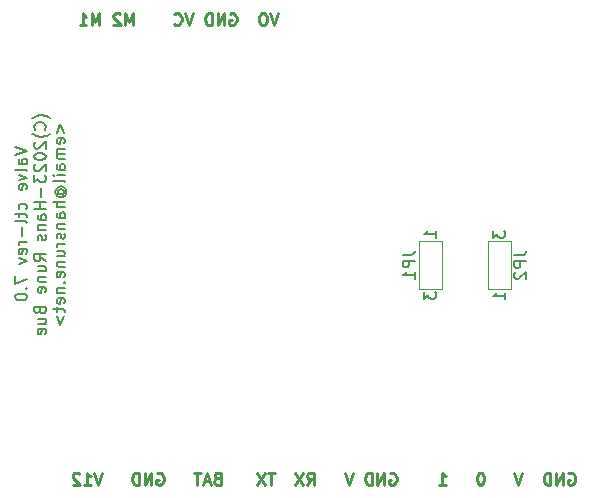
<source format=gbo>
G04 #@! TF.GenerationSoftware,KiCad,Pcbnew,7.0.7*
G04 #@! TF.CreationDate,2023-10-16T19:16:17+02:00*
G04 #@! TF.ProjectId,WaterValve,57617465-7256-4616-9c76-652e6b696361,Rev 6.1*
G04 #@! TF.SameCoordinates,Original*
G04 #@! TF.FileFunction,Legend,Bot*
G04 #@! TF.FilePolarity,Positive*
%FSLAX46Y46*%
G04 Gerber Fmt 4.6, Leading zero omitted, Abs format (unit mm)*
G04 Created by KiCad (PCBNEW 7.0.7) date 2023-10-16 19:16:17*
%MOMM*%
%LPD*%
G01*
G04 APERTURE LIST*
%ADD10C,0.250000*%
%ADD11C,0.150000*%
%ADD12C,0.120000*%
G04 APERTURE END LIST*
D10*
X157200572Y-122226809D02*
X157057715Y-122274428D01*
X157057715Y-122274428D02*
X157010096Y-122322047D01*
X157010096Y-122322047D02*
X156962477Y-122417285D01*
X156962477Y-122417285D02*
X156962477Y-122560142D01*
X156962477Y-122560142D02*
X157010096Y-122655380D01*
X157010096Y-122655380D02*
X157057715Y-122703000D01*
X157057715Y-122703000D02*
X157152953Y-122750619D01*
X157152953Y-122750619D02*
X157533905Y-122750619D01*
X157533905Y-122750619D02*
X157533905Y-121750619D01*
X157533905Y-121750619D02*
X157200572Y-121750619D01*
X157200572Y-121750619D02*
X157105334Y-121798238D01*
X157105334Y-121798238D02*
X157057715Y-121845857D01*
X157057715Y-121845857D02*
X157010096Y-121941095D01*
X157010096Y-121941095D02*
X157010096Y-122036333D01*
X157010096Y-122036333D02*
X157057715Y-122131571D01*
X157057715Y-122131571D02*
X157105334Y-122179190D01*
X157105334Y-122179190D02*
X157200572Y-122226809D01*
X157200572Y-122226809D02*
X157533905Y-122226809D01*
X156581524Y-122464904D02*
X156105334Y-122464904D01*
X156676762Y-122750619D02*
X156343429Y-121750619D01*
X156343429Y-121750619D02*
X156010096Y-122750619D01*
X155819619Y-121750619D02*
X155248191Y-121750619D01*
X155533905Y-122750619D02*
X155533905Y-121750619D01*
X152105333Y-121798238D02*
X152200571Y-121750619D01*
X152200571Y-121750619D02*
X152343428Y-121750619D01*
X152343428Y-121750619D02*
X152486285Y-121798238D01*
X152486285Y-121798238D02*
X152581523Y-121893476D01*
X152581523Y-121893476D02*
X152629142Y-121988714D01*
X152629142Y-121988714D02*
X152676761Y-122179190D01*
X152676761Y-122179190D02*
X152676761Y-122322047D01*
X152676761Y-122322047D02*
X152629142Y-122512523D01*
X152629142Y-122512523D02*
X152581523Y-122607761D01*
X152581523Y-122607761D02*
X152486285Y-122703000D01*
X152486285Y-122703000D02*
X152343428Y-122750619D01*
X152343428Y-122750619D02*
X152248190Y-122750619D01*
X152248190Y-122750619D02*
X152105333Y-122703000D01*
X152105333Y-122703000D02*
X152057714Y-122655380D01*
X152057714Y-122655380D02*
X152057714Y-122322047D01*
X152057714Y-122322047D02*
X152248190Y-122322047D01*
X151629142Y-122750619D02*
X151629142Y-121750619D01*
X151629142Y-121750619D02*
X151057714Y-122750619D01*
X151057714Y-122750619D02*
X151057714Y-121750619D01*
X150581523Y-122750619D02*
X150581523Y-121750619D01*
X150581523Y-121750619D02*
X150343428Y-121750619D01*
X150343428Y-121750619D02*
X150200571Y-121798238D01*
X150200571Y-121798238D02*
X150105333Y-121893476D01*
X150105333Y-121893476D02*
X150057714Y-121988714D01*
X150057714Y-121988714D02*
X150010095Y-122179190D01*
X150010095Y-122179190D02*
X150010095Y-122322047D01*
X150010095Y-122322047D02*
X150057714Y-122512523D01*
X150057714Y-122512523D02*
X150105333Y-122607761D01*
X150105333Y-122607761D02*
X150200571Y-122703000D01*
X150200571Y-122703000D02*
X150343428Y-122750619D01*
X150343428Y-122750619D02*
X150581523Y-122750619D01*
X147438665Y-121750619D02*
X147105332Y-122750619D01*
X147105332Y-122750619D02*
X146771999Y-121750619D01*
X145914856Y-122750619D02*
X146486284Y-122750619D01*
X146200570Y-122750619D02*
X146200570Y-121750619D01*
X146200570Y-121750619D02*
X146295808Y-121893476D01*
X146295808Y-121893476D02*
X146391046Y-121988714D01*
X146391046Y-121988714D02*
X146486284Y-122036333D01*
X145533903Y-121845857D02*
X145486284Y-121798238D01*
X145486284Y-121798238D02*
X145391046Y-121750619D01*
X145391046Y-121750619D02*
X145152951Y-121750619D01*
X145152951Y-121750619D02*
X145057713Y-121798238D01*
X145057713Y-121798238D02*
X145010094Y-121845857D01*
X145010094Y-121845857D02*
X144962475Y-121941095D01*
X144962475Y-121941095D02*
X144962475Y-122036333D01*
X144962475Y-122036333D02*
X145010094Y-122179190D01*
X145010094Y-122179190D02*
X145581522Y-122750619D01*
X145581522Y-122750619D02*
X144962475Y-122750619D01*
X171821524Y-121798238D02*
X171916762Y-121750619D01*
X171916762Y-121750619D02*
X172059619Y-121750619D01*
X172059619Y-121750619D02*
X172202476Y-121798238D01*
X172202476Y-121798238D02*
X172297714Y-121893476D01*
X172297714Y-121893476D02*
X172345333Y-121988714D01*
X172345333Y-121988714D02*
X172392952Y-122179190D01*
X172392952Y-122179190D02*
X172392952Y-122322047D01*
X172392952Y-122322047D02*
X172345333Y-122512523D01*
X172345333Y-122512523D02*
X172297714Y-122607761D01*
X172297714Y-122607761D02*
X172202476Y-122703000D01*
X172202476Y-122703000D02*
X172059619Y-122750619D01*
X172059619Y-122750619D02*
X171964381Y-122750619D01*
X171964381Y-122750619D02*
X171821524Y-122703000D01*
X171821524Y-122703000D02*
X171773905Y-122655380D01*
X171773905Y-122655380D02*
X171773905Y-122322047D01*
X171773905Y-122322047D02*
X171964381Y-122322047D01*
X171345333Y-122750619D02*
X171345333Y-121750619D01*
X171345333Y-121750619D02*
X170773905Y-122750619D01*
X170773905Y-122750619D02*
X170773905Y-121750619D01*
X170297714Y-122750619D02*
X170297714Y-121750619D01*
X170297714Y-121750619D02*
X170059619Y-121750619D01*
X170059619Y-121750619D02*
X169916762Y-121798238D01*
X169916762Y-121798238D02*
X169821524Y-121893476D01*
X169821524Y-121893476D02*
X169773905Y-121988714D01*
X169773905Y-121988714D02*
X169726286Y-122179190D01*
X169726286Y-122179190D02*
X169726286Y-122322047D01*
X169726286Y-122322047D02*
X169773905Y-122512523D01*
X169773905Y-122512523D02*
X169821524Y-122607761D01*
X169821524Y-122607761D02*
X169916762Y-122703000D01*
X169916762Y-122703000D02*
X170059619Y-122750619D01*
X170059619Y-122750619D02*
X170297714Y-122750619D01*
X168678666Y-121750619D02*
X168345333Y-122750619D01*
X168345333Y-122750619D02*
X168012000Y-121750619D01*
X164821523Y-122750619D02*
X165154856Y-122274428D01*
X165392951Y-122750619D02*
X165392951Y-121750619D01*
X165392951Y-121750619D02*
X165011999Y-121750619D01*
X165011999Y-121750619D02*
X164916761Y-121798238D01*
X164916761Y-121798238D02*
X164869142Y-121845857D01*
X164869142Y-121845857D02*
X164821523Y-121941095D01*
X164821523Y-121941095D02*
X164821523Y-122083952D01*
X164821523Y-122083952D02*
X164869142Y-122179190D01*
X164869142Y-122179190D02*
X164916761Y-122226809D01*
X164916761Y-122226809D02*
X165011999Y-122274428D01*
X165011999Y-122274428D02*
X165392951Y-122274428D01*
X164488189Y-121750619D02*
X163821523Y-122750619D01*
X163821523Y-121750619D02*
X164488189Y-122750619D01*
X162059617Y-121750619D02*
X161488189Y-121750619D01*
X161773903Y-122750619D02*
X161773903Y-121750619D01*
X161250093Y-121750619D02*
X160583427Y-122750619D01*
X160583427Y-121750619D02*
X161250093Y-122750619D01*
D11*
X140084819Y-94187189D02*
X141084819Y-94520522D01*
X141084819Y-94520522D02*
X140084819Y-94853855D01*
X141084819Y-95615760D02*
X140561009Y-95615760D01*
X140561009Y-95615760D02*
X140465771Y-95568141D01*
X140465771Y-95568141D02*
X140418152Y-95472903D01*
X140418152Y-95472903D02*
X140418152Y-95282427D01*
X140418152Y-95282427D02*
X140465771Y-95187189D01*
X141037200Y-95615760D02*
X141084819Y-95520522D01*
X141084819Y-95520522D02*
X141084819Y-95282427D01*
X141084819Y-95282427D02*
X141037200Y-95187189D01*
X141037200Y-95187189D02*
X140941961Y-95139570D01*
X140941961Y-95139570D02*
X140846723Y-95139570D01*
X140846723Y-95139570D02*
X140751485Y-95187189D01*
X140751485Y-95187189D02*
X140703866Y-95282427D01*
X140703866Y-95282427D02*
X140703866Y-95520522D01*
X140703866Y-95520522D02*
X140656247Y-95615760D01*
X141084819Y-96234808D02*
X141037200Y-96139570D01*
X141037200Y-96139570D02*
X140941961Y-96091951D01*
X140941961Y-96091951D02*
X140084819Y-96091951D01*
X140418152Y-96520523D02*
X141084819Y-96758618D01*
X141084819Y-96758618D02*
X140418152Y-96996713D01*
X141037200Y-97758618D02*
X141084819Y-97663380D01*
X141084819Y-97663380D02*
X141084819Y-97472904D01*
X141084819Y-97472904D02*
X141037200Y-97377666D01*
X141037200Y-97377666D02*
X140941961Y-97330047D01*
X140941961Y-97330047D02*
X140561009Y-97330047D01*
X140561009Y-97330047D02*
X140465771Y-97377666D01*
X140465771Y-97377666D02*
X140418152Y-97472904D01*
X140418152Y-97472904D02*
X140418152Y-97663380D01*
X140418152Y-97663380D02*
X140465771Y-97758618D01*
X140465771Y-97758618D02*
X140561009Y-97806237D01*
X140561009Y-97806237D02*
X140656247Y-97806237D01*
X140656247Y-97806237D02*
X140751485Y-97330047D01*
X141037200Y-99425285D02*
X141084819Y-99330047D01*
X141084819Y-99330047D02*
X141084819Y-99139571D01*
X141084819Y-99139571D02*
X141037200Y-99044333D01*
X141037200Y-99044333D02*
X140989580Y-98996714D01*
X140989580Y-98996714D02*
X140894342Y-98949095D01*
X140894342Y-98949095D02*
X140608628Y-98949095D01*
X140608628Y-98949095D02*
X140513390Y-98996714D01*
X140513390Y-98996714D02*
X140465771Y-99044333D01*
X140465771Y-99044333D02*
X140418152Y-99139571D01*
X140418152Y-99139571D02*
X140418152Y-99330047D01*
X140418152Y-99330047D02*
X140465771Y-99425285D01*
X140418152Y-99711000D02*
X140418152Y-100091952D01*
X140084819Y-99853857D02*
X140941961Y-99853857D01*
X140941961Y-99853857D02*
X141037200Y-99901476D01*
X141037200Y-99901476D02*
X141084819Y-99996714D01*
X141084819Y-99996714D02*
X141084819Y-100091952D01*
X141084819Y-100568143D02*
X141037200Y-100472905D01*
X141037200Y-100472905D02*
X140941961Y-100425286D01*
X140941961Y-100425286D02*
X140084819Y-100425286D01*
X140703866Y-100949096D02*
X140703866Y-101711001D01*
X141084819Y-102187191D02*
X140418152Y-102187191D01*
X140608628Y-102187191D02*
X140513390Y-102234810D01*
X140513390Y-102234810D02*
X140465771Y-102282429D01*
X140465771Y-102282429D02*
X140418152Y-102377667D01*
X140418152Y-102377667D02*
X140418152Y-102472905D01*
X141037200Y-103187191D02*
X141084819Y-103091953D01*
X141084819Y-103091953D02*
X141084819Y-102901477D01*
X141084819Y-102901477D02*
X141037200Y-102806239D01*
X141037200Y-102806239D02*
X140941961Y-102758620D01*
X140941961Y-102758620D02*
X140561009Y-102758620D01*
X140561009Y-102758620D02*
X140465771Y-102806239D01*
X140465771Y-102806239D02*
X140418152Y-102901477D01*
X140418152Y-102901477D02*
X140418152Y-103091953D01*
X140418152Y-103091953D02*
X140465771Y-103187191D01*
X140465771Y-103187191D02*
X140561009Y-103234810D01*
X140561009Y-103234810D02*
X140656247Y-103234810D01*
X140656247Y-103234810D02*
X140751485Y-102758620D01*
X140418152Y-103568144D02*
X141084819Y-103806239D01*
X141084819Y-103806239D02*
X140418152Y-104044334D01*
X140084819Y-105091954D02*
X140084819Y-105758620D01*
X140084819Y-105758620D02*
X141084819Y-105330049D01*
X140989580Y-106139573D02*
X141037200Y-106187192D01*
X141037200Y-106187192D02*
X141084819Y-106139573D01*
X141084819Y-106139573D02*
X141037200Y-106091954D01*
X141037200Y-106091954D02*
X140989580Y-106139573D01*
X140989580Y-106139573D02*
X141084819Y-106139573D01*
X140084819Y-106806239D02*
X140084819Y-106901477D01*
X140084819Y-106901477D02*
X140132438Y-106996715D01*
X140132438Y-106996715D02*
X140180057Y-107044334D01*
X140180057Y-107044334D02*
X140275295Y-107091953D01*
X140275295Y-107091953D02*
X140465771Y-107139572D01*
X140465771Y-107139572D02*
X140703866Y-107139572D01*
X140703866Y-107139572D02*
X140894342Y-107091953D01*
X140894342Y-107091953D02*
X140989580Y-107044334D01*
X140989580Y-107044334D02*
X141037200Y-106996715D01*
X141037200Y-106996715D02*
X141084819Y-106901477D01*
X141084819Y-106901477D02*
X141084819Y-106806239D01*
X141084819Y-106806239D02*
X141037200Y-106711001D01*
X141037200Y-106711001D02*
X140989580Y-106663382D01*
X140989580Y-106663382D02*
X140894342Y-106615763D01*
X140894342Y-106615763D02*
X140703866Y-106568144D01*
X140703866Y-106568144D02*
X140465771Y-106568144D01*
X140465771Y-106568144D02*
X140275295Y-106615763D01*
X140275295Y-106615763D02*
X140180057Y-106663382D01*
X140180057Y-106663382D02*
X140132438Y-106711001D01*
X140132438Y-106711001D02*
X140084819Y-106806239D01*
X143075771Y-91734808D02*
X143028152Y-91687189D01*
X143028152Y-91687189D02*
X142885295Y-91591951D01*
X142885295Y-91591951D02*
X142790057Y-91544332D01*
X142790057Y-91544332D02*
X142647200Y-91496713D01*
X142647200Y-91496713D02*
X142409104Y-91449094D01*
X142409104Y-91449094D02*
X142218628Y-91449094D01*
X142218628Y-91449094D02*
X141980533Y-91496713D01*
X141980533Y-91496713D02*
X141837676Y-91544332D01*
X141837676Y-91544332D02*
X141742438Y-91591951D01*
X141742438Y-91591951D02*
X141599580Y-91687189D01*
X141599580Y-91687189D02*
X141551961Y-91734808D01*
X142599580Y-92687189D02*
X142647200Y-92639570D01*
X142647200Y-92639570D02*
X142694819Y-92496713D01*
X142694819Y-92496713D02*
X142694819Y-92401475D01*
X142694819Y-92401475D02*
X142647200Y-92258618D01*
X142647200Y-92258618D02*
X142551961Y-92163380D01*
X142551961Y-92163380D02*
X142456723Y-92115761D01*
X142456723Y-92115761D02*
X142266247Y-92068142D01*
X142266247Y-92068142D02*
X142123390Y-92068142D01*
X142123390Y-92068142D02*
X141932914Y-92115761D01*
X141932914Y-92115761D02*
X141837676Y-92163380D01*
X141837676Y-92163380D02*
X141742438Y-92258618D01*
X141742438Y-92258618D02*
X141694819Y-92401475D01*
X141694819Y-92401475D02*
X141694819Y-92496713D01*
X141694819Y-92496713D02*
X141742438Y-92639570D01*
X141742438Y-92639570D02*
X141790057Y-92687189D01*
X143075771Y-93020523D02*
X143028152Y-93068142D01*
X143028152Y-93068142D02*
X142885295Y-93163380D01*
X142885295Y-93163380D02*
X142790057Y-93210999D01*
X142790057Y-93210999D02*
X142647200Y-93258618D01*
X142647200Y-93258618D02*
X142409104Y-93306237D01*
X142409104Y-93306237D02*
X142218628Y-93306237D01*
X142218628Y-93306237D02*
X141980533Y-93258618D01*
X141980533Y-93258618D02*
X141837676Y-93210999D01*
X141837676Y-93210999D02*
X141742438Y-93163380D01*
X141742438Y-93163380D02*
X141599580Y-93068142D01*
X141599580Y-93068142D02*
X141551961Y-93020523D01*
X141790057Y-93734809D02*
X141742438Y-93782428D01*
X141742438Y-93782428D02*
X141694819Y-93877666D01*
X141694819Y-93877666D02*
X141694819Y-94115761D01*
X141694819Y-94115761D02*
X141742438Y-94210999D01*
X141742438Y-94210999D02*
X141790057Y-94258618D01*
X141790057Y-94258618D02*
X141885295Y-94306237D01*
X141885295Y-94306237D02*
X141980533Y-94306237D01*
X141980533Y-94306237D02*
X142123390Y-94258618D01*
X142123390Y-94258618D02*
X142694819Y-93687190D01*
X142694819Y-93687190D02*
X142694819Y-94306237D01*
X141694819Y-94925285D02*
X141694819Y-95020523D01*
X141694819Y-95020523D02*
X141742438Y-95115761D01*
X141742438Y-95115761D02*
X141790057Y-95163380D01*
X141790057Y-95163380D02*
X141885295Y-95210999D01*
X141885295Y-95210999D02*
X142075771Y-95258618D01*
X142075771Y-95258618D02*
X142313866Y-95258618D01*
X142313866Y-95258618D02*
X142504342Y-95210999D01*
X142504342Y-95210999D02*
X142599580Y-95163380D01*
X142599580Y-95163380D02*
X142647200Y-95115761D01*
X142647200Y-95115761D02*
X142694819Y-95020523D01*
X142694819Y-95020523D02*
X142694819Y-94925285D01*
X142694819Y-94925285D02*
X142647200Y-94830047D01*
X142647200Y-94830047D02*
X142599580Y-94782428D01*
X142599580Y-94782428D02*
X142504342Y-94734809D01*
X142504342Y-94734809D02*
X142313866Y-94687190D01*
X142313866Y-94687190D02*
X142075771Y-94687190D01*
X142075771Y-94687190D02*
X141885295Y-94734809D01*
X141885295Y-94734809D02*
X141790057Y-94782428D01*
X141790057Y-94782428D02*
X141742438Y-94830047D01*
X141742438Y-94830047D02*
X141694819Y-94925285D01*
X141790057Y-95639571D02*
X141742438Y-95687190D01*
X141742438Y-95687190D02*
X141694819Y-95782428D01*
X141694819Y-95782428D02*
X141694819Y-96020523D01*
X141694819Y-96020523D02*
X141742438Y-96115761D01*
X141742438Y-96115761D02*
X141790057Y-96163380D01*
X141790057Y-96163380D02*
X141885295Y-96210999D01*
X141885295Y-96210999D02*
X141980533Y-96210999D01*
X141980533Y-96210999D02*
X142123390Y-96163380D01*
X142123390Y-96163380D02*
X142694819Y-95591952D01*
X142694819Y-95591952D02*
X142694819Y-96210999D01*
X141694819Y-96544333D02*
X141694819Y-97163380D01*
X141694819Y-97163380D02*
X142075771Y-96830047D01*
X142075771Y-96830047D02*
X142075771Y-96972904D01*
X142075771Y-96972904D02*
X142123390Y-97068142D01*
X142123390Y-97068142D02*
X142171009Y-97115761D01*
X142171009Y-97115761D02*
X142266247Y-97163380D01*
X142266247Y-97163380D02*
X142504342Y-97163380D01*
X142504342Y-97163380D02*
X142599580Y-97115761D01*
X142599580Y-97115761D02*
X142647200Y-97068142D01*
X142647200Y-97068142D02*
X142694819Y-96972904D01*
X142694819Y-96972904D02*
X142694819Y-96687190D01*
X142694819Y-96687190D02*
X142647200Y-96591952D01*
X142647200Y-96591952D02*
X142599580Y-96544333D01*
X142313866Y-97591952D02*
X142313866Y-98353857D01*
X142694819Y-98830047D02*
X141694819Y-98830047D01*
X142171009Y-98830047D02*
X142171009Y-99401475D01*
X142694819Y-99401475D02*
X141694819Y-99401475D01*
X142694819Y-100306237D02*
X142171009Y-100306237D01*
X142171009Y-100306237D02*
X142075771Y-100258618D01*
X142075771Y-100258618D02*
X142028152Y-100163380D01*
X142028152Y-100163380D02*
X142028152Y-99972904D01*
X142028152Y-99972904D02*
X142075771Y-99877666D01*
X142647200Y-100306237D02*
X142694819Y-100210999D01*
X142694819Y-100210999D02*
X142694819Y-99972904D01*
X142694819Y-99972904D02*
X142647200Y-99877666D01*
X142647200Y-99877666D02*
X142551961Y-99830047D01*
X142551961Y-99830047D02*
X142456723Y-99830047D01*
X142456723Y-99830047D02*
X142361485Y-99877666D01*
X142361485Y-99877666D02*
X142313866Y-99972904D01*
X142313866Y-99972904D02*
X142313866Y-100210999D01*
X142313866Y-100210999D02*
X142266247Y-100306237D01*
X142028152Y-100782428D02*
X142694819Y-100782428D01*
X142123390Y-100782428D02*
X142075771Y-100830047D01*
X142075771Y-100830047D02*
X142028152Y-100925285D01*
X142028152Y-100925285D02*
X142028152Y-101068142D01*
X142028152Y-101068142D02*
X142075771Y-101163380D01*
X142075771Y-101163380D02*
X142171009Y-101210999D01*
X142171009Y-101210999D02*
X142694819Y-101210999D01*
X142647200Y-101639571D02*
X142694819Y-101734809D01*
X142694819Y-101734809D02*
X142694819Y-101925285D01*
X142694819Y-101925285D02*
X142647200Y-102020523D01*
X142647200Y-102020523D02*
X142551961Y-102068142D01*
X142551961Y-102068142D02*
X142504342Y-102068142D01*
X142504342Y-102068142D02*
X142409104Y-102020523D01*
X142409104Y-102020523D02*
X142361485Y-101925285D01*
X142361485Y-101925285D02*
X142361485Y-101782428D01*
X142361485Y-101782428D02*
X142313866Y-101687190D01*
X142313866Y-101687190D02*
X142218628Y-101639571D01*
X142218628Y-101639571D02*
X142171009Y-101639571D01*
X142171009Y-101639571D02*
X142075771Y-101687190D01*
X142075771Y-101687190D02*
X142028152Y-101782428D01*
X142028152Y-101782428D02*
X142028152Y-101925285D01*
X142028152Y-101925285D02*
X142075771Y-102020523D01*
X142694819Y-103830047D02*
X142218628Y-103496714D01*
X142694819Y-103258619D02*
X141694819Y-103258619D01*
X141694819Y-103258619D02*
X141694819Y-103639571D01*
X141694819Y-103639571D02*
X141742438Y-103734809D01*
X141742438Y-103734809D02*
X141790057Y-103782428D01*
X141790057Y-103782428D02*
X141885295Y-103830047D01*
X141885295Y-103830047D02*
X142028152Y-103830047D01*
X142028152Y-103830047D02*
X142123390Y-103782428D01*
X142123390Y-103782428D02*
X142171009Y-103734809D01*
X142171009Y-103734809D02*
X142218628Y-103639571D01*
X142218628Y-103639571D02*
X142218628Y-103258619D01*
X142028152Y-104687190D02*
X142694819Y-104687190D01*
X142028152Y-104258619D02*
X142551961Y-104258619D01*
X142551961Y-104258619D02*
X142647200Y-104306238D01*
X142647200Y-104306238D02*
X142694819Y-104401476D01*
X142694819Y-104401476D02*
X142694819Y-104544333D01*
X142694819Y-104544333D02*
X142647200Y-104639571D01*
X142647200Y-104639571D02*
X142599580Y-104687190D01*
X142028152Y-105163381D02*
X142694819Y-105163381D01*
X142123390Y-105163381D02*
X142075771Y-105211000D01*
X142075771Y-105211000D02*
X142028152Y-105306238D01*
X142028152Y-105306238D02*
X142028152Y-105449095D01*
X142028152Y-105449095D02*
X142075771Y-105544333D01*
X142075771Y-105544333D02*
X142171009Y-105591952D01*
X142171009Y-105591952D02*
X142694819Y-105591952D01*
X142647200Y-106449095D02*
X142694819Y-106353857D01*
X142694819Y-106353857D02*
X142694819Y-106163381D01*
X142694819Y-106163381D02*
X142647200Y-106068143D01*
X142647200Y-106068143D02*
X142551961Y-106020524D01*
X142551961Y-106020524D02*
X142171009Y-106020524D01*
X142171009Y-106020524D02*
X142075771Y-106068143D01*
X142075771Y-106068143D02*
X142028152Y-106163381D01*
X142028152Y-106163381D02*
X142028152Y-106353857D01*
X142028152Y-106353857D02*
X142075771Y-106449095D01*
X142075771Y-106449095D02*
X142171009Y-106496714D01*
X142171009Y-106496714D02*
X142266247Y-106496714D01*
X142266247Y-106496714D02*
X142361485Y-106020524D01*
X142171009Y-108020524D02*
X142218628Y-108163381D01*
X142218628Y-108163381D02*
X142266247Y-108211000D01*
X142266247Y-108211000D02*
X142361485Y-108258619D01*
X142361485Y-108258619D02*
X142504342Y-108258619D01*
X142504342Y-108258619D02*
X142599580Y-108211000D01*
X142599580Y-108211000D02*
X142647200Y-108163381D01*
X142647200Y-108163381D02*
X142694819Y-108068143D01*
X142694819Y-108068143D02*
X142694819Y-107687191D01*
X142694819Y-107687191D02*
X141694819Y-107687191D01*
X141694819Y-107687191D02*
X141694819Y-108020524D01*
X141694819Y-108020524D02*
X141742438Y-108115762D01*
X141742438Y-108115762D02*
X141790057Y-108163381D01*
X141790057Y-108163381D02*
X141885295Y-108211000D01*
X141885295Y-108211000D02*
X141980533Y-108211000D01*
X141980533Y-108211000D02*
X142075771Y-108163381D01*
X142075771Y-108163381D02*
X142123390Y-108115762D01*
X142123390Y-108115762D02*
X142171009Y-108020524D01*
X142171009Y-108020524D02*
X142171009Y-107687191D01*
X142028152Y-109115762D02*
X142694819Y-109115762D01*
X142028152Y-108687191D02*
X142551961Y-108687191D01*
X142551961Y-108687191D02*
X142647200Y-108734810D01*
X142647200Y-108734810D02*
X142694819Y-108830048D01*
X142694819Y-108830048D02*
X142694819Y-108972905D01*
X142694819Y-108972905D02*
X142647200Y-109068143D01*
X142647200Y-109068143D02*
X142599580Y-109115762D01*
X142647200Y-109972905D02*
X142694819Y-109877667D01*
X142694819Y-109877667D02*
X142694819Y-109687191D01*
X142694819Y-109687191D02*
X142647200Y-109591953D01*
X142647200Y-109591953D02*
X142551961Y-109544334D01*
X142551961Y-109544334D02*
X142171009Y-109544334D01*
X142171009Y-109544334D02*
X142075771Y-109591953D01*
X142075771Y-109591953D02*
X142028152Y-109687191D01*
X142028152Y-109687191D02*
X142028152Y-109877667D01*
X142028152Y-109877667D02*
X142075771Y-109972905D01*
X142075771Y-109972905D02*
X142171009Y-110020524D01*
X142171009Y-110020524D02*
X142266247Y-110020524D01*
X142266247Y-110020524D02*
X142361485Y-109544334D01*
X143638152Y-92972905D02*
X143923866Y-92211000D01*
X143923866Y-92211000D02*
X144209580Y-92972905D01*
X144257200Y-93830047D02*
X144304819Y-93734809D01*
X144304819Y-93734809D02*
X144304819Y-93544333D01*
X144304819Y-93544333D02*
X144257200Y-93449095D01*
X144257200Y-93449095D02*
X144161961Y-93401476D01*
X144161961Y-93401476D02*
X143781009Y-93401476D01*
X143781009Y-93401476D02*
X143685771Y-93449095D01*
X143685771Y-93449095D02*
X143638152Y-93544333D01*
X143638152Y-93544333D02*
X143638152Y-93734809D01*
X143638152Y-93734809D02*
X143685771Y-93830047D01*
X143685771Y-93830047D02*
X143781009Y-93877666D01*
X143781009Y-93877666D02*
X143876247Y-93877666D01*
X143876247Y-93877666D02*
X143971485Y-93401476D01*
X144304819Y-94306238D02*
X143638152Y-94306238D01*
X143733390Y-94306238D02*
X143685771Y-94353857D01*
X143685771Y-94353857D02*
X143638152Y-94449095D01*
X143638152Y-94449095D02*
X143638152Y-94591952D01*
X143638152Y-94591952D02*
X143685771Y-94687190D01*
X143685771Y-94687190D02*
X143781009Y-94734809D01*
X143781009Y-94734809D02*
X144304819Y-94734809D01*
X143781009Y-94734809D02*
X143685771Y-94782428D01*
X143685771Y-94782428D02*
X143638152Y-94877666D01*
X143638152Y-94877666D02*
X143638152Y-95020523D01*
X143638152Y-95020523D02*
X143685771Y-95115762D01*
X143685771Y-95115762D02*
X143781009Y-95163381D01*
X143781009Y-95163381D02*
X144304819Y-95163381D01*
X144304819Y-96068142D02*
X143781009Y-96068142D01*
X143781009Y-96068142D02*
X143685771Y-96020523D01*
X143685771Y-96020523D02*
X143638152Y-95925285D01*
X143638152Y-95925285D02*
X143638152Y-95734809D01*
X143638152Y-95734809D02*
X143685771Y-95639571D01*
X144257200Y-96068142D02*
X144304819Y-95972904D01*
X144304819Y-95972904D02*
X144304819Y-95734809D01*
X144304819Y-95734809D02*
X144257200Y-95639571D01*
X144257200Y-95639571D02*
X144161961Y-95591952D01*
X144161961Y-95591952D02*
X144066723Y-95591952D01*
X144066723Y-95591952D02*
X143971485Y-95639571D01*
X143971485Y-95639571D02*
X143923866Y-95734809D01*
X143923866Y-95734809D02*
X143923866Y-95972904D01*
X143923866Y-95972904D02*
X143876247Y-96068142D01*
X144304819Y-96544333D02*
X143638152Y-96544333D01*
X143304819Y-96544333D02*
X143352438Y-96496714D01*
X143352438Y-96496714D02*
X143400057Y-96544333D01*
X143400057Y-96544333D02*
X143352438Y-96591952D01*
X143352438Y-96591952D02*
X143304819Y-96544333D01*
X143304819Y-96544333D02*
X143400057Y-96544333D01*
X144304819Y-97163380D02*
X144257200Y-97068142D01*
X144257200Y-97068142D02*
X144161961Y-97020523D01*
X144161961Y-97020523D02*
X143304819Y-97020523D01*
X143828628Y-98163380D02*
X143781009Y-98115761D01*
X143781009Y-98115761D02*
X143733390Y-98020523D01*
X143733390Y-98020523D02*
X143733390Y-97925285D01*
X143733390Y-97925285D02*
X143781009Y-97830047D01*
X143781009Y-97830047D02*
X143828628Y-97782428D01*
X143828628Y-97782428D02*
X143923866Y-97734809D01*
X143923866Y-97734809D02*
X144019104Y-97734809D01*
X144019104Y-97734809D02*
X144114342Y-97782428D01*
X144114342Y-97782428D02*
X144161961Y-97830047D01*
X144161961Y-97830047D02*
X144209580Y-97925285D01*
X144209580Y-97925285D02*
X144209580Y-98020523D01*
X144209580Y-98020523D02*
X144161961Y-98115761D01*
X144161961Y-98115761D02*
X144114342Y-98163380D01*
X143733390Y-98163380D02*
X144114342Y-98163380D01*
X144114342Y-98163380D02*
X144161961Y-98210999D01*
X144161961Y-98210999D02*
X144161961Y-98258618D01*
X144161961Y-98258618D02*
X144114342Y-98353857D01*
X144114342Y-98353857D02*
X144019104Y-98401476D01*
X144019104Y-98401476D02*
X143781009Y-98401476D01*
X143781009Y-98401476D02*
X143638152Y-98306238D01*
X143638152Y-98306238D02*
X143542914Y-98163380D01*
X143542914Y-98163380D02*
X143495295Y-97972904D01*
X143495295Y-97972904D02*
X143542914Y-97782428D01*
X143542914Y-97782428D02*
X143638152Y-97639571D01*
X143638152Y-97639571D02*
X143781009Y-97544333D01*
X143781009Y-97544333D02*
X143971485Y-97496714D01*
X143971485Y-97496714D02*
X144161961Y-97544333D01*
X144161961Y-97544333D02*
X144304819Y-97639571D01*
X144304819Y-97639571D02*
X144400057Y-97782428D01*
X144400057Y-97782428D02*
X144447676Y-97972904D01*
X144447676Y-97972904D02*
X144400057Y-98163380D01*
X144400057Y-98163380D02*
X144304819Y-98306238D01*
X144304819Y-98830047D02*
X143304819Y-98830047D01*
X144304819Y-99258618D02*
X143781009Y-99258618D01*
X143781009Y-99258618D02*
X143685771Y-99210999D01*
X143685771Y-99210999D02*
X143638152Y-99115761D01*
X143638152Y-99115761D02*
X143638152Y-98972904D01*
X143638152Y-98972904D02*
X143685771Y-98877666D01*
X143685771Y-98877666D02*
X143733390Y-98830047D01*
X144304819Y-100163380D02*
X143781009Y-100163380D01*
X143781009Y-100163380D02*
X143685771Y-100115761D01*
X143685771Y-100115761D02*
X143638152Y-100020523D01*
X143638152Y-100020523D02*
X143638152Y-99830047D01*
X143638152Y-99830047D02*
X143685771Y-99734809D01*
X144257200Y-100163380D02*
X144304819Y-100068142D01*
X144304819Y-100068142D02*
X144304819Y-99830047D01*
X144304819Y-99830047D02*
X144257200Y-99734809D01*
X144257200Y-99734809D02*
X144161961Y-99687190D01*
X144161961Y-99687190D02*
X144066723Y-99687190D01*
X144066723Y-99687190D02*
X143971485Y-99734809D01*
X143971485Y-99734809D02*
X143923866Y-99830047D01*
X143923866Y-99830047D02*
X143923866Y-100068142D01*
X143923866Y-100068142D02*
X143876247Y-100163380D01*
X143638152Y-100639571D02*
X144304819Y-100639571D01*
X143733390Y-100639571D02*
X143685771Y-100687190D01*
X143685771Y-100687190D02*
X143638152Y-100782428D01*
X143638152Y-100782428D02*
X143638152Y-100925285D01*
X143638152Y-100925285D02*
X143685771Y-101020523D01*
X143685771Y-101020523D02*
X143781009Y-101068142D01*
X143781009Y-101068142D02*
X144304819Y-101068142D01*
X144257200Y-101496714D02*
X144304819Y-101591952D01*
X144304819Y-101591952D02*
X144304819Y-101782428D01*
X144304819Y-101782428D02*
X144257200Y-101877666D01*
X144257200Y-101877666D02*
X144161961Y-101925285D01*
X144161961Y-101925285D02*
X144114342Y-101925285D01*
X144114342Y-101925285D02*
X144019104Y-101877666D01*
X144019104Y-101877666D02*
X143971485Y-101782428D01*
X143971485Y-101782428D02*
X143971485Y-101639571D01*
X143971485Y-101639571D02*
X143923866Y-101544333D01*
X143923866Y-101544333D02*
X143828628Y-101496714D01*
X143828628Y-101496714D02*
X143781009Y-101496714D01*
X143781009Y-101496714D02*
X143685771Y-101544333D01*
X143685771Y-101544333D02*
X143638152Y-101639571D01*
X143638152Y-101639571D02*
X143638152Y-101782428D01*
X143638152Y-101782428D02*
X143685771Y-101877666D01*
X144304819Y-102353857D02*
X143638152Y-102353857D01*
X143828628Y-102353857D02*
X143733390Y-102401476D01*
X143733390Y-102401476D02*
X143685771Y-102449095D01*
X143685771Y-102449095D02*
X143638152Y-102544333D01*
X143638152Y-102544333D02*
X143638152Y-102639571D01*
X143638152Y-103401476D02*
X144304819Y-103401476D01*
X143638152Y-102972905D02*
X144161961Y-102972905D01*
X144161961Y-102972905D02*
X144257200Y-103020524D01*
X144257200Y-103020524D02*
X144304819Y-103115762D01*
X144304819Y-103115762D02*
X144304819Y-103258619D01*
X144304819Y-103258619D02*
X144257200Y-103353857D01*
X144257200Y-103353857D02*
X144209580Y-103401476D01*
X143638152Y-103877667D02*
X144304819Y-103877667D01*
X143733390Y-103877667D02*
X143685771Y-103925286D01*
X143685771Y-103925286D02*
X143638152Y-104020524D01*
X143638152Y-104020524D02*
X143638152Y-104163381D01*
X143638152Y-104163381D02*
X143685771Y-104258619D01*
X143685771Y-104258619D02*
X143781009Y-104306238D01*
X143781009Y-104306238D02*
X144304819Y-104306238D01*
X144257200Y-105163381D02*
X144304819Y-105068143D01*
X144304819Y-105068143D02*
X144304819Y-104877667D01*
X144304819Y-104877667D02*
X144257200Y-104782429D01*
X144257200Y-104782429D02*
X144161961Y-104734810D01*
X144161961Y-104734810D02*
X143781009Y-104734810D01*
X143781009Y-104734810D02*
X143685771Y-104782429D01*
X143685771Y-104782429D02*
X143638152Y-104877667D01*
X143638152Y-104877667D02*
X143638152Y-105068143D01*
X143638152Y-105068143D02*
X143685771Y-105163381D01*
X143685771Y-105163381D02*
X143781009Y-105211000D01*
X143781009Y-105211000D02*
X143876247Y-105211000D01*
X143876247Y-105211000D02*
X143971485Y-104734810D01*
X144209580Y-105639572D02*
X144257200Y-105687191D01*
X144257200Y-105687191D02*
X144304819Y-105639572D01*
X144304819Y-105639572D02*
X144257200Y-105591953D01*
X144257200Y-105591953D02*
X144209580Y-105639572D01*
X144209580Y-105639572D02*
X144304819Y-105639572D01*
X143638152Y-106115762D02*
X144304819Y-106115762D01*
X143733390Y-106115762D02*
X143685771Y-106163381D01*
X143685771Y-106163381D02*
X143638152Y-106258619D01*
X143638152Y-106258619D02*
X143638152Y-106401476D01*
X143638152Y-106401476D02*
X143685771Y-106496714D01*
X143685771Y-106496714D02*
X143781009Y-106544333D01*
X143781009Y-106544333D02*
X144304819Y-106544333D01*
X144257200Y-107401476D02*
X144304819Y-107306238D01*
X144304819Y-107306238D02*
X144304819Y-107115762D01*
X144304819Y-107115762D02*
X144257200Y-107020524D01*
X144257200Y-107020524D02*
X144161961Y-106972905D01*
X144161961Y-106972905D02*
X143781009Y-106972905D01*
X143781009Y-106972905D02*
X143685771Y-107020524D01*
X143685771Y-107020524D02*
X143638152Y-107115762D01*
X143638152Y-107115762D02*
X143638152Y-107306238D01*
X143638152Y-107306238D02*
X143685771Y-107401476D01*
X143685771Y-107401476D02*
X143781009Y-107449095D01*
X143781009Y-107449095D02*
X143876247Y-107449095D01*
X143876247Y-107449095D02*
X143971485Y-106972905D01*
X143638152Y-107734810D02*
X143638152Y-108115762D01*
X143304819Y-107877667D02*
X144161961Y-107877667D01*
X144161961Y-107877667D02*
X144257200Y-107925286D01*
X144257200Y-107925286D02*
X144304819Y-108020524D01*
X144304819Y-108020524D02*
X144304819Y-108115762D01*
X143638152Y-108449096D02*
X143923866Y-109211001D01*
X143923866Y-109211001D02*
X144209580Y-108449096D01*
D10*
X162376381Y-82845619D02*
X162043048Y-83845619D01*
X162043048Y-83845619D02*
X161709715Y-82845619D01*
X161185905Y-82845619D02*
X160995429Y-82845619D01*
X160995429Y-82845619D02*
X160900191Y-82893238D01*
X160900191Y-82893238D02*
X160804953Y-82988476D01*
X160804953Y-82988476D02*
X160757334Y-83178952D01*
X160757334Y-83178952D02*
X160757334Y-83512285D01*
X160757334Y-83512285D02*
X160804953Y-83702761D01*
X160804953Y-83702761D02*
X160900191Y-83798000D01*
X160900191Y-83798000D02*
X160995429Y-83845619D01*
X160995429Y-83845619D02*
X161185905Y-83845619D01*
X161185905Y-83845619D02*
X161281143Y-83798000D01*
X161281143Y-83798000D02*
X161376381Y-83702761D01*
X161376381Y-83702761D02*
X161424000Y-83512285D01*
X161424000Y-83512285D02*
X161424000Y-83178952D01*
X161424000Y-83178952D02*
X161376381Y-82988476D01*
X161376381Y-82988476D02*
X161281143Y-82893238D01*
X161281143Y-82893238D02*
X161185905Y-82845619D01*
X158281143Y-82893238D02*
X158376381Y-82845619D01*
X158376381Y-82845619D02*
X158519238Y-82845619D01*
X158519238Y-82845619D02*
X158662095Y-82893238D01*
X158662095Y-82893238D02*
X158757333Y-82988476D01*
X158757333Y-82988476D02*
X158804952Y-83083714D01*
X158804952Y-83083714D02*
X158852571Y-83274190D01*
X158852571Y-83274190D02*
X158852571Y-83417047D01*
X158852571Y-83417047D02*
X158804952Y-83607523D01*
X158804952Y-83607523D02*
X158757333Y-83702761D01*
X158757333Y-83702761D02*
X158662095Y-83798000D01*
X158662095Y-83798000D02*
X158519238Y-83845619D01*
X158519238Y-83845619D02*
X158424000Y-83845619D01*
X158424000Y-83845619D02*
X158281143Y-83798000D01*
X158281143Y-83798000D02*
X158233524Y-83750380D01*
X158233524Y-83750380D02*
X158233524Y-83417047D01*
X158233524Y-83417047D02*
X158424000Y-83417047D01*
X157804952Y-83845619D02*
X157804952Y-82845619D01*
X157804952Y-82845619D02*
X157233524Y-83845619D01*
X157233524Y-83845619D02*
X157233524Y-82845619D01*
X156757333Y-83845619D02*
X156757333Y-82845619D01*
X156757333Y-82845619D02*
X156519238Y-82845619D01*
X156519238Y-82845619D02*
X156376381Y-82893238D01*
X156376381Y-82893238D02*
X156281143Y-82988476D01*
X156281143Y-82988476D02*
X156233524Y-83083714D01*
X156233524Y-83083714D02*
X156185905Y-83274190D01*
X156185905Y-83274190D02*
X156185905Y-83417047D01*
X156185905Y-83417047D02*
X156233524Y-83607523D01*
X156233524Y-83607523D02*
X156281143Y-83702761D01*
X156281143Y-83702761D02*
X156376381Y-83798000D01*
X156376381Y-83798000D02*
X156519238Y-83845619D01*
X156519238Y-83845619D02*
X156757333Y-83845619D01*
X155138285Y-82845619D02*
X154804952Y-83845619D01*
X154804952Y-83845619D02*
X154471619Y-82845619D01*
X153566857Y-83750380D02*
X153614476Y-83798000D01*
X153614476Y-83798000D02*
X153757333Y-83845619D01*
X153757333Y-83845619D02*
X153852571Y-83845619D01*
X153852571Y-83845619D02*
X153995428Y-83798000D01*
X153995428Y-83798000D02*
X154090666Y-83702761D01*
X154090666Y-83702761D02*
X154138285Y-83607523D01*
X154138285Y-83607523D02*
X154185904Y-83417047D01*
X154185904Y-83417047D02*
X154185904Y-83274190D01*
X154185904Y-83274190D02*
X154138285Y-83083714D01*
X154138285Y-83083714D02*
X154090666Y-82988476D01*
X154090666Y-82988476D02*
X153995428Y-82893238D01*
X153995428Y-82893238D02*
X153852571Y-82845619D01*
X153852571Y-82845619D02*
X153757333Y-82845619D01*
X153757333Y-82845619D02*
X153614476Y-82893238D01*
X153614476Y-82893238D02*
X153566857Y-82940857D01*
X150090665Y-83845619D02*
X150090665Y-82845619D01*
X150090665Y-82845619D02*
X149757332Y-83559904D01*
X149757332Y-83559904D02*
X149423999Y-82845619D01*
X149423999Y-82845619D02*
X149423999Y-83845619D01*
X148995427Y-82940857D02*
X148947808Y-82893238D01*
X148947808Y-82893238D02*
X148852570Y-82845619D01*
X148852570Y-82845619D02*
X148614475Y-82845619D01*
X148614475Y-82845619D02*
X148519237Y-82893238D01*
X148519237Y-82893238D02*
X148471618Y-82940857D01*
X148471618Y-82940857D02*
X148423999Y-83036095D01*
X148423999Y-83036095D02*
X148423999Y-83131333D01*
X148423999Y-83131333D02*
X148471618Y-83274190D01*
X148471618Y-83274190D02*
X149043046Y-83845619D01*
X149043046Y-83845619D02*
X148423999Y-83845619D01*
X147233522Y-83845619D02*
X147233522Y-82845619D01*
X147233522Y-82845619D02*
X146900189Y-83559904D01*
X146900189Y-83559904D02*
X146566856Y-82845619D01*
X146566856Y-82845619D02*
X146566856Y-83845619D01*
X145566856Y-83845619D02*
X146138284Y-83845619D01*
X145852570Y-83845619D02*
X145852570Y-82845619D01*
X145852570Y-82845619D02*
X145947808Y-82988476D01*
X145947808Y-82988476D02*
X146043046Y-83083714D01*
X146043046Y-83083714D02*
X146138284Y-83131333D01*
X186942477Y-121798238D02*
X187037715Y-121750619D01*
X187037715Y-121750619D02*
X187180572Y-121750619D01*
X187180572Y-121750619D02*
X187323429Y-121798238D01*
X187323429Y-121798238D02*
X187418667Y-121893476D01*
X187418667Y-121893476D02*
X187466286Y-121988714D01*
X187466286Y-121988714D02*
X187513905Y-122179190D01*
X187513905Y-122179190D02*
X187513905Y-122322047D01*
X187513905Y-122322047D02*
X187466286Y-122512523D01*
X187466286Y-122512523D02*
X187418667Y-122607761D01*
X187418667Y-122607761D02*
X187323429Y-122703000D01*
X187323429Y-122703000D02*
X187180572Y-122750619D01*
X187180572Y-122750619D02*
X187085334Y-122750619D01*
X187085334Y-122750619D02*
X186942477Y-122703000D01*
X186942477Y-122703000D02*
X186894858Y-122655380D01*
X186894858Y-122655380D02*
X186894858Y-122322047D01*
X186894858Y-122322047D02*
X187085334Y-122322047D01*
X186466286Y-122750619D02*
X186466286Y-121750619D01*
X186466286Y-121750619D02*
X185894858Y-122750619D01*
X185894858Y-122750619D02*
X185894858Y-121750619D01*
X185418667Y-122750619D02*
X185418667Y-121750619D01*
X185418667Y-121750619D02*
X185180572Y-121750619D01*
X185180572Y-121750619D02*
X185037715Y-121798238D01*
X185037715Y-121798238D02*
X184942477Y-121893476D01*
X184942477Y-121893476D02*
X184894858Y-121988714D01*
X184894858Y-121988714D02*
X184847239Y-122179190D01*
X184847239Y-122179190D02*
X184847239Y-122322047D01*
X184847239Y-122322047D02*
X184894858Y-122512523D01*
X184894858Y-122512523D02*
X184942477Y-122607761D01*
X184942477Y-122607761D02*
X185037715Y-122703000D01*
X185037715Y-122703000D02*
X185180572Y-122750619D01*
X185180572Y-122750619D02*
X185418667Y-122750619D01*
X183037714Y-121750619D02*
X182704381Y-122750619D01*
X182704381Y-122750619D02*
X182371048Y-121750619D01*
X179561523Y-121750619D02*
X179466285Y-121750619D01*
X179466285Y-121750619D02*
X179371047Y-121798238D01*
X179371047Y-121798238D02*
X179323428Y-121845857D01*
X179323428Y-121845857D02*
X179275809Y-121941095D01*
X179275809Y-121941095D02*
X179228190Y-122131571D01*
X179228190Y-122131571D02*
X179228190Y-122369666D01*
X179228190Y-122369666D02*
X179275809Y-122560142D01*
X179275809Y-122560142D02*
X179323428Y-122655380D01*
X179323428Y-122655380D02*
X179371047Y-122703000D01*
X179371047Y-122703000D02*
X179466285Y-122750619D01*
X179466285Y-122750619D02*
X179561523Y-122750619D01*
X179561523Y-122750619D02*
X179656761Y-122703000D01*
X179656761Y-122703000D02*
X179704380Y-122655380D01*
X179704380Y-122655380D02*
X179751999Y-122560142D01*
X179751999Y-122560142D02*
X179799618Y-122369666D01*
X179799618Y-122369666D02*
X179799618Y-122131571D01*
X179799618Y-122131571D02*
X179751999Y-121941095D01*
X179751999Y-121941095D02*
X179704380Y-121845857D01*
X179704380Y-121845857D02*
X179656761Y-121798238D01*
X179656761Y-121798238D02*
X179561523Y-121750619D01*
X175990094Y-122750619D02*
X176561522Y-122750619D01*
X176275808Y-122750619D02*
X176275808Y-121750619D01*
X176275808Y-121750619D02*
X176371046Y-121893476D01*
X176371046Y-121893476D02*
X176466284Y-121988714D01*
X176466284Y-121988714D02*
X176561522Y-122036333D01*
D11*
X182356819Y-103342666D02*
X183071104Y-103342666D01*
X183071104Y-103342666D02*
X183213961Y-103295047D01*
X183213961Y-103295047D02*
X183309200Y-103199809D01*
X183309200Y-103199809D02*
X183356819Y-103056952D01*
X183356819Y-103056952D02*
X183356819Y-102961714D01*
X183356819Y-103818857D02*
X182356819Y-103818857D01*
X182356819Y-103818857D02*
X182356819Y-104199809D01*
X182356819Y-104199809D02*
X182404438Y-104295047D01*
X182404438Y-104295047D02*
X182452057Y-104342666D01*
X182452057Y-104342666D02*
X182547295Y-104390285D01*
X182547295Y-104390285D02*
X182690152Y-104390285D01*
X182690152Y-104390285D02*
X182785390Y-104342666D01*
X182785390Y-104342666D02*
X182833009Y-104295047D01*
X182833009Y-104295047D02*
X182880628Y-104199809D01*
X182880628Y-104199809D02*
X182880628Y-103818857D01*
X182452057Y-104771238D02*
X182404438Y-104818857D01*
X182404438Y-104818857D02*
X182356819Y-104914095D01*
X182356819Y-104914095D02*
X182356819Y-105152190D01*
X182356819Y-105152190D02*
X182404438Y-105247428D01*
X182404438Y-105247428D02*
X182452057Y-105295047D01*
X182452057Y-105295047D02*
X182547295Y-105342666D01*
X182547295Y-105342666D02*
X182642533Y-105342666D01*
X182642533Y-105342666D02*
X182785390Y-105295047D01*
X182785390Y-105295047D02*
X183356819Y-104723619D01*
X183356819Y-104723619D02*
X183356819Y-105342666D01*
X180556819Y-101242667D02*
X180556819Y-101861714D01*
X180556819Y-101861714D02*
X180937771Y-101528381D01*
X180937771Y-101528381D02*
X180937771Y-101671238D01*
X180937771Y-101671238D02*
X180985390Y-101766476D01*
X180985390Y-101766476D02*
X181033009Y-101814095D01*
X181033009Y-101814095D02*
X181128247Y-101861714D01*
X181128247Y-101861714D02*
X181366342Y-101861714D01*
X181366342Y-101861714D02*
X181461580Y-101814095D01*
X181461580Y-101814095D02*
X181509200Y-101766476D01*
X181509200Y-101766476D02*
X181556819Y-101671238D01*
X181556819Y-101671238D02*
X181556819Y-101385524D01*
X181556819Y-101385524D02*
X181509200Y-101290286D01*
X181509200Y-101290286D02*
X181461580Y-101242667D01*
X181556819Y-107061714D02*
X181556819Y-106490286D01*
X181556819Y-106776000D02*
X180556819Y-106776000D01*
X180556819Y-106776000D02*
X180699676Y-106680762D01*
X180699676Y-106680762D02*
X180794914Y-106585524D01*
X180794914Y-106585524D02*
X180842533Y-106490286D01*
X172914819Y-103306666D02*
X173629104Y-103306666D01*
X173629104Y-103306666D02*
X173771961Y-103259047D01*
X173771961Y-103259047D02*
X173867200Y-103163809D01*
X173867200Y-103163809D02*
X173914819Y-103020952D01*
X173914819Y-103020952D02*
X173914819Y-102925714D01*
X173914819Y-103782857D02*
X172914819Y-103782857D01*
X172914819Y-103782857D02*
X172914819Y-104163809D01*
X172914819Y-104163809D02*
X172962438Y-104259047D01*
X172962438Y-104259047D02*
X173010057Y-104306666D01*
X173010057Y-104306666D02*
X173105295Y-104354285D01*
X173105295Y-104354285D02*
X173248152Y-104354285D01*
X173248152Y-104354285D02*
X173343390Y-104306666D01*
X173343390Y-104306666D02*
X173391009Y-104259047D01*
X173391009Y-104259047D02*
X173438628Y-104163809D01*
X173438628Y-104163809D02*
X173438628Y-103782857D01*
X173914819Y-105306666D02*
X173914819Y-104735238D01*
X173914819Y-105020952D02*
X172914819Y-105020952D01*
X172914819Y-105020952D02*
X173057676Y-104925714D01*
X173057676Y-104925714D02*
X173152914Y-104830476D01*
X173152914Y-104830476D02*
X173200533Y-104735238D01*
X175714819Y-101825714D02*
X175714819Y-101254286D01*
X175714819Y-101540000D02*
X174714819Y-101540000D01*
X174714819Y-101540000D02*
X174857676Y-101444762D01*
X174857676Y-101444762D02*
X174952914Y-101349524D01*
X174952914Y-101349524D02*
X175000533Y-101254286D01*
X174714819Y-106406667D02*
X174714819Y-107025714D01*
X174714819Y-107025714D02*
X175095771Y-106692381D01*
X175095771Y-106692381D02*
X175095771Y-106835238D01*
X175095771Y-106835238D02*
X175143390Y-106930476D01*
X175143390Y-106930476D02*
X175191009Y-106978095D01*
X175191009Y-106978095D02*
X175286247Y-107025714D01*
X175286247Y-107025714D02*
X175524342Y-107025714D01*
X175524342Y-107025714D02*
X175619580Y-106978095D01*
X175619580Y-106978095D02*
X175667200Y-106930476D01*
X175667200Y-106930476D02*
X175714819Y-106835238D01*
X175714819Y-106835238D02*
X175714819Y-106549524D01*
X175714819Y-106549524D02*
X175667200Y-106454286D01*
X175667200Y-106454286D02*
X175619580Y-106406667D01*
D12*
X180102000Y-106226000D02*
X182102000Y-106226000D01*
X182102000Y-106226000D02*
X182102000Y-102126000D01*
X180102000Y-102126000D02*
X180102000Y-106226000D01*
X182102000Y-102126000D02*
X180102000Y-102126000D01*
X176260000Y-102090000D02*
X174260000Y-102090000D01*
X174260000Y-102090000D02*
X174260000Y-106190000D01*
X176260000Y-106190000D02*
X176260000Y-102090000D01*
X174260000Y-106190000D02*
X176260000Y-106190000D01*
M02*

</source>
